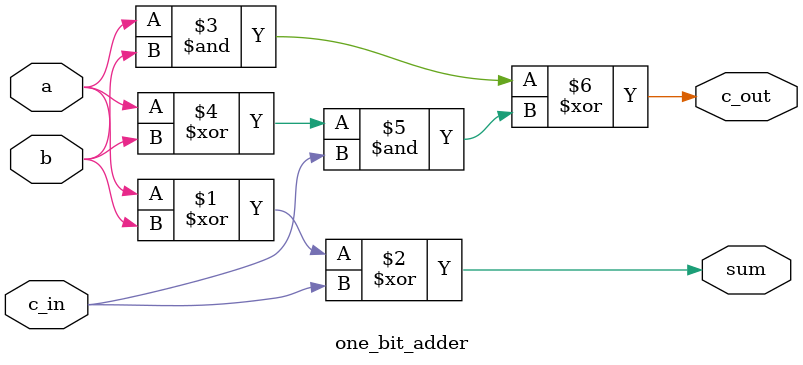
<source format=v>
module one_bit_adder(
  input wire a,
  input wire b,
  input wire c_in,
  output wire sum,
  output wire c_out
);

assign sum = (a ^ b) ^ c_in;
assign c_out = (a & b) ^ ((a ^ b) & c_in);

endmodule

</source>
